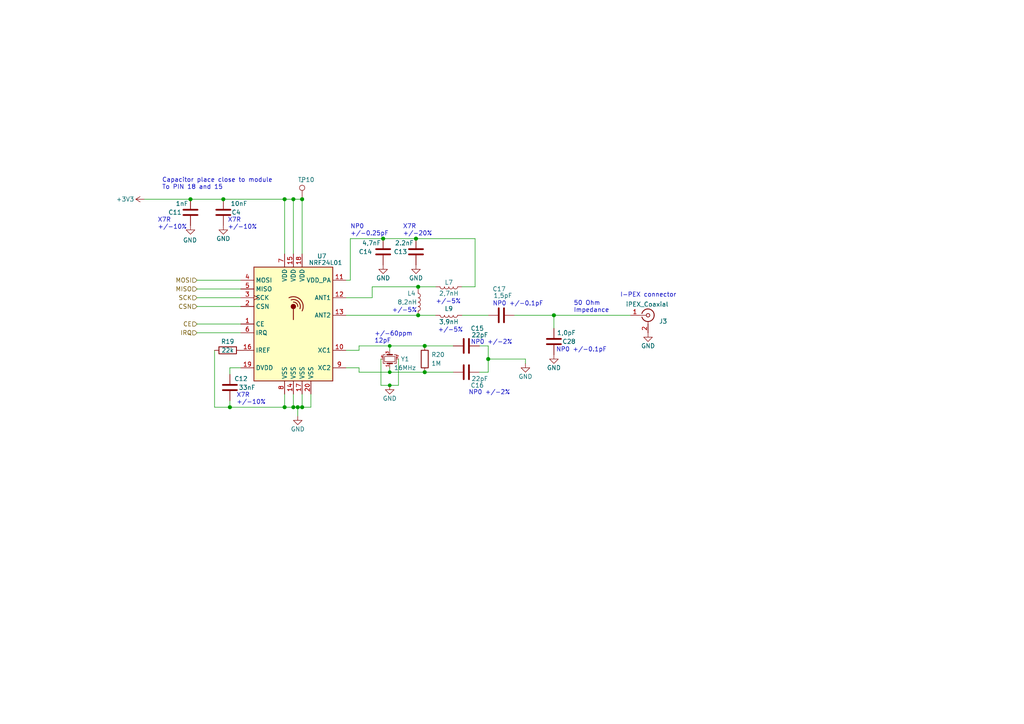
<source format=kicad_sch>
(kicad_sch (version 20211123) (generator eeschema)

  (uuid be1ad959-29f8-4c4e-9fbd-504dfc9dd2f0)

  (paper "A4")

  (lib_symbols
    (symbol "Connector:Conn_Coaxial" (pin_names (offset 1.016) hide) (in_bom yes) (on_board yes)
      (property "Reference" "J" (id 0) (at 0.254 3.048 0)
        (effects (font (size 1.27 1.27)))
      )
      (property "Value" "Conn_Coaxial" (id 1) (at 2.921 0 90)
        (effects (font (size 1.27 1.27)))
      )
      (property "Footprint" "" (id 2) (at 0 0 0)
        (effects (font (size 1.27 1.27)) hide)
      )
      (property "Datasheet" " ~" (id 3) (at 0 0 0)
        (effects (font (size 1.27 1.27)) hide)
      )
      (property "ki_keywords" "BNC SMA SMB SMC LEMO coaxial connector CINCH RCA" (id 4) (at 0 0 0)
        (effects (font (size 1.27 1.27)) hide)
      )
      (property "ki_description" "coaxial connector (BNC, SMA, SMB, SMC, Cinch/RCA, LEMO, ...)" (id 5) (at 0 0 0)
        (effects (font (size 1.27 1.27)) hide)
      )
      (property "ki_fp_filters" "*BNC* *SMA* *SMB* *SMC* *Cinch* *LEMO*" (id 6) (at 0 0 0)
        (effects (font (size 1.27 1.27)) hide)
      )
      (symbol "Conn_Coaxial_0_1"
        (arc (start -1.778 -0.508) (mid 0.222 -1.808) (end 1.778 0)
          (stroke (width 0.254) (type default) (color 0 0 0 0))
          (fill (type none))
        )
        (polyline
          (pts
            (xy -2.54 0)
            (xy -0.508 0)
          )
          (stroke (width 0) (type default) (color 0 0 0 0))
          (fill (type none))
        )
        (polyline
          (pts
            (xy 0 -2.54)
            (xy 0 -1.778)
          )
          (stroke (width 0) (type default) (color 0 0 0 0))
          (fill (type none))
        )
        (circle (center 0 0) (radius 0.508)
          (stroke (width 0.2032) (type default) (color 0 0 0 0))
          (fill (type none))
        )
        (arc (start 1.778 0) (mid 0.222 1.8083) (end -1.778 0.508)
          (stroke (width 0.254) (type default) (color 0 0 0 0))
          (fill (type none))
        )
      )
      (symbol "Conn_Coaxial_1_1"
        (pin passive line (at -5.08 0 0) (length 2.54)
          (name "In" (effects (font (size 1.27 1.27))))
          (number "1" (effects (font (size 1.27 1.27))))
        )
        (pin passive line (at 0 -5.08 90) (length 2.54)
          (name "Ext" (effects (font (size 1.27 1.27))))
          (number "2" (effects (font (size 1.27 1.27))))
        )
      )
    )
    (symbol "Connector:TestPoint" (pin_numbers hide) (pin_names (offset 0.762) hide) (in_bom yes) (on_board yes)
      (property "Reference" "TP" (id 0) (at 0 6.858 0)
        (effects (font (size 1.27 1.27)))
      )
      (property "Value" "TestPoint" (id 1) (at 0 5.08 0)
        (effects (font (size 1.27 1.27)))
      )
      (property "Footprint" "" (id 2) (at 5.08 0 0)
        (effects (font (size 1.27 1.27)) hide)
      )
      (property "Datasheet" "~" (id 3) (at 5.08 0 0)
        (effects (font (size 1.27 1.27)) hide)
      )
      (property "ki_keywords" "test point tp" (id 4) (at 0 0 0)
        (effects (font (size 1.27 1.27)) hide)
      )
      (property "ki_description" "test point" (id 5) (at 0 0 0)
        (effects (font (size 1.27 1.27)) hide)
      )
      (property "ki_fp_filters" "Pin* Test*" (id 6) (at 0 0 0)
        (effects (font (size 1.27 1.27)) hide)
      )
      (symbol "TestPoint_0_1"
        (circle (center 0 3.302) (radius 0.762)
          (stroke (width 0) (type default) (color 0 0 0 0))
          (fill (type none))
        )
      )
      (symbol "TestPoint_1_1"
        (pin passive line (at 0 0 90) (length 2.54)
          (name "1" (effects (font (size 1.27 1.27))))
          (number "1" (effects (font (size 1.27 1.27))))
        )
      )
    )
    (symbol "Device:C" (pin_numbers hide) (pin_names (offset 0.254)) (in_bom yes) (on_board yes)
      (property "Reference" "C" (id 0) (at 0.635 2.54 0)
        (effects (font (size 1.27 1.27)) (justify left))
      )
      (property "Value" "C" (id 1) (at 0.635 -2.54 0)
        (effects (font (size 1.27 1.27)) (justify left))
      )
      (property "Footprint" "" (id 2) (at 0.9652 -3.81 0)
        (effects (font (size 1.27 1.27)) hide)
      )
      (property "Datasheet" "~" (id 3) (at 0 0 0)
        (effects (font (size 1.27 1.27)) hide)
      )
      (property "ki_keywords" "cap capacitor" (id 4) (at 0 0 0)
        (effects (font (size 1.27 1.27)) hide)
      )
      (property "ki_description" "Unpolarized capacitor" (id 5) (at 0 0 0)
        (effects (font (size 1.27 1.27)) hide)
      )
      (property "ki_fp_filters" "C_*" (id 6) (at 0 0 0)
        (effects (font (size 1.27 1.27)) hide)
      )
      (symbol "C_0_1"
        (polyline
          (pts
            (xy -2.032 -0.762)
            (xy 2.032 -0.762)
          )
          (stroke (width 0.508) (type default) (color 0 0 0 0))
          (fill (type none))
        )
        (polyline
          (pts
            (xy -2.032 0.762)
            (xy 2.032 0.762)
          )
          (stroke (width 0.508) (type default) (color 0 0 0 0))
          (fill (type none))
        )
      )
      (symbol "C_1_1"
        (pin passive line (at 0 3.81 270) (length 2.794)
          (name "~" (effects (font (size 1.27 1.27))))
          (number "1" (effects (font (size 1.27 1.27))))
        )
        (pin passive line (at 0 -3.81 90) (length 2.794)
          (name "~" (effects (font (size 1.27 1.27))))
          (number "2" (effects (font (size 1.27 1.27))))
        )
      )
    )
    (symbol "Device:Crystal_GND24_Small" (pin_names (offset 1.016) hide) (in_bom yes) (on_board yes)
      (property "Reference" "Y" (id 0) (at 1.27 4.445 0)
        (effects (font (size 1.27 1.27)) (justify left))
      )
      (property "Value" "Crystal_GND24_Small" (id 1) (at 1.27 2.54 0)
        (effects (font (size 1.27 1.27)) (justify left))
      )
      (property "Footprint" "" (id 2) (at 0 0 0)
        (effects (font (size 1.27 1.27)) hide)
      )
      (property "Datasheet" "~" (id 3) (at 0 0 0)
        (effects (font (size 1.27 1.27)) hide)
      )
      (property "ki_keywords" "quartz ceramic resonator oscillator" (id 4) (at 0 0 0)
        (effects (font (size 1.27 1.27)) hide)
      )
      (property "ki_description" "Four pin crystal, GND on pins 2 and 4, small symbol" (id 5) (at 0 0 0)
        (effects (font (size 1.27 1.27)) hide)
      )
      (property "ki_fp_filters" "Crystal*" (id 6) (at 0 0 0)
        (effects (font (size 1.27 1.27)) hide)
      )
      (symbol "Crystal_GND24_Small_0_1"
        (rectangle (start -0.762 -1.524) (end 0.762 1.524)
          (stroke (width 0) (type default) (color 0 0 0 0))
          (fill (type none))
        )
        (polyline
          (pts
            (xy -1.27 -0.762)
            (xy -1.27 0.762)
          )
          (stroke (width 0.381) (type default) (color 0 0 0 0))
          (fill (type none))
        )
        (polyline
          (pts
            (xy 1.27 -0.762)
            (xy 1.27 0.762)
          )
          (stroke (width 0.381) (type default) (color 0 0 0 0))
          (fill (type none))
        )
        (polyline
          (pts
            (xy -1.27 -1.27)
            (xy -1.27 -1.905)
            (xy 1.27 -1.905)
            (xy 1.27 -1.27)
          )
          (stroke (width 0) (type default) (color 0 0 0 0))
          (fill (type none))
        )
        (polyline
          (pts
            (xy -1.27 1.27)
            (xy -1.27 1.905)
            (xy 1.27 1.905)
            (xy 1.27 1.27)
          )
          (stroke (width 0) (type default) (color 0 0 0 0))
          (fill (type none))
        )
      )
      (symbol "Crystal_GND24_Small_1_1"
        (pin passive line (at -2.54 0 0) (length 1.27)
          (name "1" (effects (font (size 1.27 1.27))))
          (number "1" (effects (font (size 0.762 0.762))))
        )
        (pin passive line (at 0 -2.54 90) (length 0.635)
          (name "2" (effects (font (size 1.27 1.27))))
          (number "2" (effects (font (size 0.762 0.762))))
        )
        (pin passive line (at 2.54 0 180) (length 1.27)
          (name "3" (effects (font (size 1.27 1.27))))
          (number "3" (effects (font (size 0.762 0.762))))
        )
        (pin passive line (at 0 2.54 270) (length 0.635)
          (name "4" (effects (font (size 1.27 1.27))))
          (number "4" (effects (font (size 0.762 0.762))))
        )
      )
    )
    (symbol "Device:L" (pin_numbers hide) (pin_names (offset 1.016) hide) (in_bom yes) (on_board yes)
      (property "Reference" "L" (id 0) (at -1.27 0 90)
        (effects (font (size 1.27 1.27)))
      )
      (property "Value" "L" (id 1) (at 1.905 0 90)
        (effects (font (size 1.27 1.27)))
      )
      (property "Footprint" "" (id 2) (at 0 0 0)
        (effects (font (size 1.27 1.27)) hide)
      )
      (property "Datasheet" "~" (id 3) (at 0 0 0)
        (effects (font (size 1.27 1.27)) hide)
      )
      (property "ki_keywords" "inductor choke coil reactor magnetic" (id 4) (at 0 0 0)
        (effects (font (size 1.27 1.27)) hide)
      )
      (property "ki_description" "Inductor" (id 5) (at 0 0 0)
        (effects (font (size 1.27 1.27)) hide)
      )
      (property "ki_fp_filters" "Choke_* *Coil* Inductor_* L_*" (id 6) (at 0 0 0)
        (effects (font (size 1.27 1.27)) hide)
      )
      (symbol "L_0_1"
        (arc (start 0 -2.54) (mid 0.635 -1.905) (end 0 -1.27)
          (stroke (width 0) (type default) (color 0 0 0 0))
          (fill (type none))
        )
        (arc (start 0 -1.27) (mid 0.635 -0.635) (end 0 0)
          (stroke (width 0) (type default) (color 0 0 0 0))
          (fill (type none))
        )
        (arc (start 0 0) (mid 0.635 0.635) (end 0 1.27)
          (stroke (width 0) (type default) (color 0 0 0 0))
          (fill (type none))
        )
        (arc (start 0 1.27) (mid 0.635 1.905) (end 0 2.54)
          (stroke (width 0) (type default) (color 0 0 0 0))
          (fill (type none))
        )
      )
      (symbol "L_1_1"
        (pin passive line (at 0 3.81 270) (length 1.27)
          (name "1" (effects (font (size 1.27 1.27))))
          (number "1" (effects (font (size 1.27 1.27))))
        )
        (pin passive line (at 0 -3.81 90) (length 1.27)
          (name "2" (effects (font (size 1.27 1.27))))
          (number "2" (effects (font (size 1.27 1.27))))
        )
      )
    )
    (symbol "Device:R" (pin_numbers hide) (pin_names (offset 0)) (in_bom yes) (on_board yes)
      (property "Reference" "R" (id 0) (at 2.032 0 90)
        (effects (font (size 1.27 1.27)))
      )
      (property "Value" "R" (id 1) (at 0 0 90)
        (effects (font (size 1.27 1.27)))
      )
      (property "Footprint" "" (id 2) (at -1.778 0 90)
        (effects (font (size 1.27 1.27)) hide)
      )
      (property "Datasheet" "~" (id 3) (at 0 0 0)
        (effects (font (size 1.27 1.27)) hide)
      )
      (property "ki_keywords" "R res resistor" (id 4) (at 0 0 0)
        (effects (font (size 1.27 1.27)) hide)
      )
      (property "ki_description" "Resistor" (id 5) (at 0 0 0)
        (effects (font (size 1.27 1.27)) hide)
      )
      (property "ki_fp_filters" "R_*" (id 6) (at 0 0 0)
        (effects (font (size 1.27 1.27)) hide)
      )
      (symbol "R_0_1"
        (rectangle (start -1.016 -2.54) (end 1.016 2.54)
          (stroke (width 0.254) (type default) (color 0 0 0 0))
          (fill (type none))
        )
      )
      (symbol "R_1_1"
        (pin passive line (at 0 3.81 270) (length 1.27)
          (name "~" (effects (font (size 1.27 1.27))))
          (number "1" (effects (font (size 1.27 1.27))))
        )
        (pin passive line (at 0 -3.81 90) (length 1.27)
          (name "~" (effects (font (size 1.27 1.27))))
          (number "2" (effects (font (size 1.27 1.27))))
        )
      )
    )
    (symbol "TCY_communication:NRF24L01" (in_bom yes) (on_board yes)
      (property "Reference" "U" (id 0) (at 5.08 20.32 0)
        (effects (font (size 1.27 1.27)))
      )
      (property "Value" "NRF24L01" (id 1) (at 8.89 17.78 0)
        (effects (font (size 1.27 1.27)))
      )
      (property "Footprint" "" (id 2) (at 13.97 25.4 0)
        (effects (font (size 1.27 1.27)) hide)
      )
      (property "Datasheet" "" (id 3) (at 13.97 25.4 0)
        (effects (font (size 1.27 1.27)) hide)
      )
      (symbol "NRF24L01_0_1"
        (rectangle (start -11.43 16.51) (end 11.43 -16.51)
          (stroke (width 0.254) (type default) (color 0 0 0 0))
          (fill (type background))
        )
        (polyline
          (pts
            (xy 0 4.445)
            (xy 0 1.27)
          )
          (stroke (width 0.254) (type default) (color 0 0 0 0))
          (fill (type none))
        )
        (circle (center 0 5.08) (radius 0.635)
          (stroke (width 0.254) (type default) (color 0 0 0 0))
          (fill (type outline))
        )
        (arc (start 1.27 5.08) (mid 0.9109 5.9909) (end 0 6.35)
          (stroke (width 0.254) (type default) (color 0 0 0 0))
          (fill (type none))
        )
        (arc (start 1.905 4.445) (mid 1.4383 6.5183) (end -0.635 6.985)
          (stroke (width 0.254) (type default) (color 0 0 0 0))
          (fill (type none))
        )
        (arc (start 2.54 3.81) (mid 2.008 7.088) (end -1.27 7.62)
          (stroke (width 0.254) (type default) (color 0 0 0 0))
          (fill (type none))
        )
        (rectangle (start 11.43 -13.97) (end 11.43 -13.97)
          (stroke (width 0) (type default) (color 0 0 0 0))
          (fill (type none))
        )
      )
      (symbol "NRF24L01_1_1"
        (pin input line (at -15.24 0 0) (length 3.81)
          (name "CE" (effects (font (size 1.27 1.27))))
          (number "1" (effects (font (size 1.27 1.27))))
        )
        (pin passive line (at 15.24 -7.62 180) (length 3.81)
          (name "XC1" (effects (font (size 1.27 1.27))))
          (number "10" (effects (font (size 1.27 1.27))))
        )
        (pin power_out line (at 15.24 12.7 180) (length 3.81)
          (name "VDD_PA" (effects (font (size 1.27 1.27))))
          (number "11" (effects (font (size 1.27 1.27))))
        )
        (pin passive line (at 15.24 7.62 180) (length 3.81)
          (name "ANT1" (effects (font (size 1.27 1.27))))
          (number "12" (effects (font (size 1.27 1.27))))
        )
        (pin passive line (at 15.24 2.54 180) (length 3.81)
          (name "ANT2" (effects (font (size 1.27 1.27))))
          (number "13" (effects (font (size 1.27 1.27))))
        )
        (pin power_in line (at 0 -20.32 90) (length 3.81)
          (name "VSS" (effects (font (size 1.27 1.27))))
          (number "14" (effects (font (size 1.27 1.27))))
        )
        (pin power_in line (at 0 20.32 270) (length 3.81)
          (name "VDD" (effects (font (size 1.27 1.27))))
          (number "15" (effects (font (size 1.27 1.27))))
        )
        (pin passive line (at -15.24 -7.62 0) (length 3.81)
          (name "IREF" (effects (font (size 1.27 1.27))))
          (number "16" (effects (font (size 1.27 1.27))))
        )
        (pin power_in line (at 2.54 -20.32 90) (length 3.81)
          (name "VSS" (effects (font (size 1.27 1.27))))
          (number "17" (effects (font (size 1.27 1.27))))
        )
        (pin power_in line (at 2.54 20.32 270) (length 3.81)
          (name "VDD" (effects (font (size 1.27 1.27))))
          (number "18" (effects (font (size 1.27 1.27))))
        )
        (pin power_out line (at -15.24 -12.7 0) (length 3.81)
          (name "DVDD" (effects (font (size 1.27 1.27))))
          (number "19" (effects (font (size 1.27 1.27))))
        )
        (pin input line (at -15.24 5.08 0) (length 3.81)
          (name "CSN" (effects (font (size 1.27 1.27))))
          (number "2" (effects (font (size 1.27 1.27))))
        )
        (pin power_in line (at 5.08 -20.32 90) (length 3.81)
          (name "VSS" (effects (font (size 1.27 1.27))))
          (number "20" (effects (font (size 1.27 1.27))))
        )
        (pin passive line (at 5.08 -21.59 90) (length 5.08) hide
          (name "GND" (effects (font (size 1.27 1.27))))
          (number "21" (effects (font (size 1.27 1.27))))
        )
        (pin input clock (at -15.24 7.62 0) (length 3.81)
          (name "SCK" (effects (font (size 1.27 1.27))))
          (number "3" (effects (font (size 1.27 1.27))))
        )
        (pin input line (at -15.24 12.7 0) (length 3.81)
          (name "MOSI" (effects (font (size 1.27 1.27))))
          (number "4" (effects (font (size 1.27 1.27))))
        )
        (pin output line (at -15.24 10.16 0) (length 3.81)
          (name "MISO" (effects (font (size 1.27 1.27))))
          (number "5" (effects (font (size 1.27 1.27))))
        )
        (pin output line (at -15.24 -2.54 0) (length 3.81)
          (name "IRQ" (effects (font (size 1.27 1.27))))
          (number "6" (effects (font (size 1.27 1.27))))
        )
        (pin power_in line (at -2.54 20.32 270) (length 3.81)
          (name "VDD" (effects (font (size 1.27 1.27))))
          (number "7" (effects (font (size 1.27 1.27))))
        )
        (pin power_in line (at -2.54 -20.32 90) (length 3.81)
          (name "VSS" (effects (font (size 1.27 1.27))))
          (number "8" (effects (font (size 1.27 1.27))))
        )
        (pin passive line (at 15.24 -12.7 180) (length 3.81)
          (name "XC2" (effects (font (size 1.27 1.27))))
          (number "9" (effects (font (size 1.27 1.27))))
        )
      )
    )
    (symbol "power:+3V3" (power) (pin_names (offset 0)) (in_bom yes) (on_board yes)
      (property "Reference" "#PWR" (id 0) (at 0 -3.81 0)
        (effects (font (size 1.27 1.27)) hide)
      )
      (property "Value" "+3V3" (id 1) (at 0 3.556 0)
        (effects (font (size 1.27 1.27)))
      )
      (property "Footprint" "" (id 2) (at 0 0 0)
        (effects (font (size 1.27 1.27)) hide)
      )
      (property "Datasheet" "" (id 3) (at 0 0 0)
        (effects (font (size 1.27 1.27)) hide)
      )
      (property "ki_keywords" "power-flag" (id 4) (at 0 0 0)
        (effects (font (size 1.27 1.27)) hide)
      )
      (property "ki_description" "Power symbol creates a global label with name \"+3V3\"" (id 5) (at 0 0 0)
        (effects (font (size 1.27 1.27)) hide)
      )
      (symbol "+3V3_0_1"
        (polyline
          (pts
            (xy -0.762 1.27)
            (xy 0 2.54)
          )
          (stroke (width 0) (type default) (color 0 0 0 0))
          (fill (type none))
        )
        (polyline
          (pts
            (xy 0 0)
            (xy 0 2.54)
          )
          (stroke (width 0) (type default) (color 0 0 0 0))
          (fill (type none))
        )
        (polyline
          (pts
            (xy 0 2.54)
            (xy 0.762 1.27)
          )
          (stroke (width 0) (type default) (color 0 0 0 0))
          (fill (type none))
        )
      )
      (symbol "+3V3_1_1"
        (pin power_in line (at 0 0 90) (length 0) hide
          (name "+3V3" (effects (font (size 1.27 1.27))))
          (number "1" (effects (font (size 1.27 1.27))))
        )
      )
    )
    (symbol "power:GND" (power) (pin_names (offset 0)) (in_bom yes) (on_board yes)
      (property "Reference" "#PWR" (id 0) (at 0 -6.35 0)
        (effects (font (size 1.27 1.27)) hide)
      )
      (property "Value" "GND" (id 1) (at 0 -3.81 0)
        (effects (font (size 1.27 1.27)))
      )
      (property "Footprint" "" (id 2) (at 0 0 0)
        (effects (font (size 1.27 1.27)) hide)
      )
      (property "Datasheet" "" (id 3) (at 0 0 0)
        (effects (font (size 1.27 1.27)) hide)
      )
      (property "ki_keywords" "power-flag" (id 4) (at 0 0 0)
        (effects (font (size 1.27 1.27)) hide)
      )
      (property "ki_description" "Power symbol creates a global label with name \"GND\" , ground" (id 5) (at 0 0 0)
        (effects (font (size 1.27 1.27)) hide)
      )
      (symbol "GND_0_1"
        (polyline
          (pts
            (xy 0 0)
            (xy 0 -1.27)
            (xy 1.27 -1.27)
            (xy 0 -2.54)
            (xy -1.27 -1.27)
            (xy 0 -1.27)
          )
          (stroke (width 0) (type default) (color 0 0 0 0))
          (fill (type none))
        )
      )
      (symbol "GND_1_1"
        (pin power_in line (at 0 0 270) (length 0) hide
          (name "GND" (effects (font (size 1.27 1.27))))
          (number "1" (effects (font (size 1.27 1.27))))
        )
      )
    )
  )

  (junction (at 82.55 57.785) (diameter 1.016) (color 0 0 0 0)
    (uuid 117b8cf8-9cfc-4fcf-807b-fcc5fb20a42c)
  )
  (junction (at 86.36 118.11) (diameter 1.016) (color 0 0 0 0)
    (uuid 1613aea2-74ff-456a-8f58-2ae446640750)
  )
  (junction (at 113.03 100.33) (diameter 0) (color 0 0 0 0)
    (uuid 197ccd15-2aab-48cd-ab51-417c4b9bc3e5)
  )
  (junction (at 85.09 118.11) (diameter 1.016) (color 0 0 0 0)
    (uuid 2a134ab3-6275-4421-945b-c8f4bea31494)
  )
  (junction (at 111.125 69.215) (diameter 1.016) (color 0 0 0 0)
    (uuid 4cd7fbd1-3778-4a48-ab60-c36eed16d8c5)
  )
  (junction (at 66.675 118.11) (diameter 1.016) (color 0 0 0 0)
    (uuid 5bd3fd9a-6dfb-4bec-b754-8acaba09e506)
  )
  (junction (at 121.285 91.44) (diameter 1.016) (color 0 0 0 0)
    (uuid 67ddd466-4c05-43d1-b9c1-73558050f6fc)
  )
  (junction (at 123.19 107.95) (diameter 1.016) (color 0 0 0 0)
    (uuid 69ab893d-e72a-4903-8a42-16f6b5eb229b)
  )
  (junction (at 120.65 69.215) (diameter 1.016) (color 0 0 0 0)
    (uuid 6fe3653d-0c70-4c24-9b09-50a757a60c08)
  )
  (junction (at 87.63 57.785) (diameter 1.016) (color 0 0 0 0)
    (uuid 72745e37-6398-4523-a0b8-fcae44c9df22)
  )
  (junction (at 123.19 100.33) (diameter 1.016) (color 0 0 0 0)
    (uuid 8b798044-1ece-4731-8e5b-91c47e4f5d0a)
  )
  (junction (at 113.03 107.95) (diameter 0) (color 0 0 0 0)
    (uuid 9ea70546-a75f-4a41-bc04-785c4a4a0a58)
  )
  (junction (at 87.63 118.11) (diameter 1.016) (color 0 0 0 0)
    (uuid 9eaea750-5e59-4015-bbbc-7f0606821920)
  )
  (junction (at 82.55 118.11) (diameter 1.016) (color 0 0 0 0)
    (uuid a0669899-5470-43ea-a529-f6722444bf9b)
  )
  (junction (at 160.655 91.44) (diameter 1.016) (color 0 0 0 0)
    (uuid b7cf2839-b1c0-4185-bd2b-8b40d3060ac9)
  )
  (junction (at 121.285 83.185) (diameter 1.016) (color 0 0 0 0)
    (uuid bc12d55d-3029-4430-9232-337b1a62028e)
  )
  (junction (at 85.09 57.785) (diameter 1.016) (color 0 0 0 0)
    (uuid c2fd4927-8431-4c85-b75d-1336c8306cc2)
  )
  (junction (at 64.77 57.785) (diameter 1.016) (color 0 0 0 0)
    (uuid dbe43468-eebc-441c-9a62-ca4c32a51ee8)
  )
  (junction (at 55.245 57.785) (diameter 1.016) (color 0 0 0 0)
    (uuid dd382246-183c-47cd-a1d2-b4a783a36f10)
  )
  (junction (at 113.03 111.76) (diameter 0) (color 0 0 0 0)
    (uuid e6f3f466-28b5-407b-9a7e-58240a456788)
  )
  (junction (at 141.605 104.14) (diameter 1.016) (color 0 0 0 0)
    (uuid f1da6dec-d569-4cfe-b70b-354611bf1d93)
  )

  (wire (pts (xy 62.23 118.11) (xy 62.23 101.6))
    (stroke (width 0) (type solid) (color 0 0 0 0))
    (uuid 03f1d619-9499-48eb-b187-f5cda285044c)
  )
  (wire (pts (xy 66.675 118.11) (xy 62.23 118.11))
    (stroke (width 0) (type solid) (color 0 0 0 0))
    (uuid 03f1d619-9499-48eb-b187-f5cda285044d)
  )
  (wire (pts (xy 141.605 104.14) (xy 152.4 104.14))
    (stroke (width 0) (type solid) (color 0 0 0 0))
    (uuid 04fac5d6-7480-44b7-87fa-21bffd133863)
  )
  (wire (pts (xy 152.4 105.41) (xy 152.4 104.14))
    (stroke (width 0) (type solid) (color 0 0 0 0))
    (uuid 04fac5d6-7480-44b7-87fa-21bffd133864)
  )
  (wire (pts (xy 85.09 114.3) (xy 85.09 118.11))
    (stroke (width 0) (type solid) (color 0 0 0 0))
    (uuid 0615e248-bb28-4371-9eb3-afd6eeb77333)
  )
  (wire (pts (xy 57.15 81.28) (xy 69.85 81.28))
    (stroke (width 0) (type solid) (color 0 0 0 0))
    (uuid 0708150f-a769-4b48-a74f-8b9d2eec663b)
  )
  (wire (pts (xy 133.985 83.185) (xy 137.795 83.185))
    (stroke (width 0) (type solid) (color 0 0 0 0))
    (uuid 0c0c11d3-0707-4db8-844c-4abd811445e1)
  )
  (wire (pts (xy 137.795 69.215) (xy 137.795 83.185))
    (stroke (width 0) (type solid) (color 0 0 0 0))
    (uuid 0c0c11d3-0707-4db8-844c-4abd811445e2)
  )
  (wire (pts (xy 87.63 114.3) (xy 87.63 118.11))
    (stroke (width 0) (type solid) (color 0 0 0 0))
    (uuid 0df59079-63c8-4f17-8aca-89aea74cbc8a)
  )
  (wire (pts (xy 113.03 100.33) (xy 123.19 100.33))
    (stroke (width 0) (type solid) (color 0 0 0 0))
    (uuid 0e137729-80ae-460a-b1d6-5a28274499d3)
  )
  (wire (pts (xy 113.03 107.95) (xy 123.19 107.95))
    (stroke (width 0) (type solid) (color 0 0 0 0))
    (uuid 1007f1f9-e8e4-4d24-ab24-6b08f4f43c62)
  )
  (wire (pts (xy 123.19 107.95) (xy 131.445 107.95))
    (stroke (width 0) (type solid) (color 0 0 0 0))
    (uuid 20a96225-6c01-48cb-b3d0-f43adbc638eb)
  )
  (wire (pts (xy 100.33 81.28) (xy 101.6 81.28))
    (stroke (width 0) (type solid) (color 0 0 0 0))
    (uuid 363fc229-28f2-497e-82fc-e4b00b945fc0)
  )
  (wire (pts (xy 101.6 69.215) (xy 101.6 81.28))
    (stroke (width 0) (type solid) (color 0 0 0 0))
    (uuid 363fc229-28f2-497e-82fc-e4b00b945fc1)
  )
  (wire (pts (xy 113.03 106.68) (xy 113.03 107.95))
    (stroke (width 0) (type default) (color 0 0 0 0))
    (uuid 38ca7292-ea83-4b64-8c36-510ce1181842)
  )
  (wire (pts (xy 133.985 91.44) (xy 141.605 91.44))
    (stroke (width 0) (type solid) (color 0 0 0 0))
    (uuid 3964864a-7e85-492c-afb7-47a24e4d8601)
  )
  (wire (pts (xy 85.09 57.785) (xy 85.09 73.66))
    (stroke (width 0) (type solid) (color 0 0 0 0))
    (uuid 4e27ce61-34e6-4280-9ed3-c96ccee69ebe)
  )
  (wire (pts (xy 121.285 91.44) (xy 126.365 91.44))
    (stroke (width 0) (type solid) (color 0 0 0 0))
    (uuid 5ac22ec1-20b0-4797-b42e-23fc8960d60b)
  )
  (wire (pts (xy 160.655 91.44) (xy 160.655 95.25))
    (stroke (width 0) (type solid) (color 0 0 0 0))
    (uuid 62a3c230-44f1-4b22-b1d8-9e25b26bb47f)
  )
  (wire (pts (xy 57.15 83.82) (xy 69.85 83.82))
    (stroke (width 0) (type solid) (color 0 0 0 0))
    (uuid 6bef96a2-881b-4066-8d4b-8244cbcaa0f5)
  )
  (wire (pts (xy 104.14 106.68) (xy 100.33 106.68))
    (stroke (width 0) (type solid) (color 0 0 0 0))
    (uuid 6f0cc2d5-b930-4e11-9215-619d1e763122)
  )
  (wire (pts (xy 104.14 107.95) (xy 104.14 106.68))
    (stroke (width 0) (type solid) (color 0 0 0 0))
    (uuid 6f0cc2d5-b930-4e11-9215-619d1e763123)
  )
  (wire (pts (xy 104.14 107.95) (xy 113.03 107.95))
    (stroke (width 0) (type solid) (color 0 0 0 0))
    (uuid 6f0cc2d5-b930-4e11-9215-619d1e763125)
  )
  (wire (pts (xy 139.065 100.33) (xy 141.605 100.33))
    (stroke (width 0) (type solid) (color 0 0 0 0))
    (uuid 731c52e8-e8e4-4c04-90b5-70998b41c3fd)
  )
  (wire (pts (xy 141.605 100.33) (xy 141.605 104.14))
    (stroke (width 0) (type solid) (color 0 0 0 0))
    (uuid 731c52e8-e8e4-4c04-90b5-70998b41c3fe)
  )
  (wire (pts (xy 141.605 104.14) (xy 141.605 107.95))
    (stroke (width 0) (type solid) (color 0 0 0 0))
    (uuid 731c52e8-e8e4-4c04-90b5-70998b41c3ff)
  )
  (wire (pts (xy 141.605 107.95) (xy 139.065 107.95))
    (stroke (width 0) (type solid) (color 0 0 0 0))
    (uuid 731c52e8-e8e4-4c04-90b5-70998b41c400)
  )
  (wire (pts (xy 110.49 111.76) (xy 113.03 111.76))
    (stroke (width 0) (type default) (color 0 0 0 0))
    (uuid 7fbf9586-a5cf-4a9f-8d36-3309de937901)
  )
  (wire (pts (xy 104.14 100.33) (xy 104.14 101.6))
    (stroke (width 0) (type solid) (color 0 0 0 0))
    (uuid 824b7252-95d0-484e-b699-ff729a2f57a9)
  )
  (wire (pts (xy 104.14 101.6) (xy 100.33 101.6))
    (stroke (width 0) (type solid) (color 0 0 0 0))
    (uuid 824b7252-95d0-484e-b699-ff729a2f57ab)
  )
  (wire (pts (xy 104.14 100.33) (xy 113.03 100.33))
    (stroke (width 0) (type solid) (color 0 0 0 0))
    (uuid 824b7252-95d0-484e-b699-ff729a2f57ac)
  )
  (wire (pts (xy 66.675 116.205) (xy 66.675 118.11))
    (stroke (width 0) (type solid) (color 0 0 0 0))
    (uuid 825e5317-15c3-442e-b5e3-60092afa4d29)
  )
  (wire (pts (xy 66.675 118.11) (xy 82.55 118.11))
    (stroke (width 0) (type solid) (color 0 0 0 0))
    (uuid 825e5317-15c3-442e-b5e3-60092afa4d2a)
  )
  (wire (pts (xy 100.33 91.44) (xy 121.285 91.44))
    (stroke (width 0) (type solid) (color 0 0 0 0))
    (uuid 84a72599-3ebf-42f0-9cde-70e1d5316913)
  )
  (wire (pts (xy 57.15 96.52) (xy 69.85 96.52))
    (stroke (width 0) (type solid) (color 0 0 0 0))
    (uuid 8635e327-dc92-4c92-a029-14d1fff66a62)
  )
  (wire (pts (xy 66.675 106.68) (xy 69.85 106.68))
    (stroke (width 0) (type solid) (color 0 0 0 0))
    (uuid 932e274d-505d-416d-b71e-cfac15f7751c)
  )
  (wire (pts (xy 66.675 108.585) (xy 66.675 106.68))
    (stroke (width 0) (type solid) (color 0 0 0 0))
    (uuid 932e274d-505d-416d-b71e-cfac15f7751d)
  )
  (wire (pts (xy 82.55 114.3) (xy 82.55 118.11))
    (stroke (width 0) (type solid) (color 0 0 0 0))
    (uuid afb71ad3-d346-46d7-a3ed-7b7c5ee80c4f)
  )
  (wire (pts (xy 82.55 118.11) (xy 85.09 118.11))
    (stroke (width 0) (type solid) (color 0 0 0 0))
    (uuid afb71ad3-d346-46d7-a3ed-7b7c5ee80c50)
  )
  (wire (pts (xy 85.09 118.11) (xy 86.36 118.11))
    (stroke (width 0) (type solid) (color 0 0 0 0))
    (uuid afb71ad3-d346-46d7-a3ed-7b7c5ee80c51)
  )
  (wire (pts (xy 123.19 100.33) (xy 131.445 100.33))
    (stroke (width 0) (type solid) (color 0 0 0 0))
    (uuid afce293e-c13d-4fa4-b573-c19e19ec1413)
  )
  (wire (pts (xy 57.15 86.36) (xy 69.85 86.36))
    (stroke (width 0) (type solid) (color 0 0 0 0))
    (uuid afe62d05-0502-4c95-9cb6-16305a158867)
  )
  (wire (pts (xy 113.03 111.76) (xy 115.57 111.76))
    (stroke (width 0) (type default) (color 0 0 0 0))
    (uuid b14a000c-cdf5-4c0c-96cd-415137db1848)
  )
  (wire (pts (xy 111.125 69.215) (xy 101.6 69.215))
    (stroke (width 0) (type solid) (color 0 0 0 0))
    (uuid b26e928f-0e29-491b-b2ed-82d240b23b26)
  )
  (wire (pts (xy 120.65 69.215) (xy 111.125 69.215))
    (stroke (width 0) (type solid) (color 0 0 0 0))
    (uuid b26e928f-0e29-491b-b2ed-82d240b23b27)
  )
  (wire (pts (xy 137.795 69.215) (xy 120.65 69.215))
    (stroke (width 0) (type solid) (color 0 0 0 0))
    (uuid b26e928f-0e29-491b-b2ed-82d240b23b28)
  )
  (wire (pts (xy 121.285 83.185) (xy 121.285 83.82))
    (stroke (width 0) (type solid) (color 0 0 0 0))
    (uuid b42f8182-b78b-4f94-b0b2-ae84df2faf00)
  )
  (wire (pts (xy 126.365 83.185) (xy 121.285 83.185))
    (stroke (width 0) (type solid) (color 0 0 0 0))
    (uuid b42f8182-b78b-4f94-b0b2-ae84df2faf01)
  )
  (wire (pts (xy 86.36 118.11) (xy 87.63 118.11))
    (stroke (width 0) (type solid) (color 0 0 0 0))
    (uuid b6cf2d05-b4d6-4cc5-bd14-7bdeb3bc9809)
  )
  (wire (pts (xy 86.36 120.65) (xy 86.36 118.11))
    (stroke (width 0) (type solid) (color 0 0 0 0))
    (uuid b6cf2d05-b4d6-4cc5-bd14-7bdeb3bc980a)
  )
  (wire (pts (xy 87.63 118.11) (xy 90.17 118.11))
    (stroke (width 0) (type solid) (color 0 0 0 0))
    (uuid b6cf2d05-b4d6-4cc5-bd14-7bdeb3bc980b)
  )
  (wire (pts (xy 90.17 118.11) (xy 90.17 114.3))
    (stroke (width 0) (type solid) (color 0 0 0 0))
    (uuid b6cf2d05-b4d6-4cc5-bd14-7bdeb3bc980c)
  )
  (wire (pts (xy 107.95 83.185) (xy 121.285 83.185))
    (stroke (width 0) (type solid) (color 0 0 0 0))
    (uuid b8ee136b-fe09-46b7-a31d-c95bde775c82)
  )
  (wire (pts (xy 107.95 86.36) (xy 107.95 83.185))
    (stroke (width 0) (type solid) (color 0 0 0 0))
    (uuid b8ee136b-fe09-46b7-a31d-c95bde775c83)
  )
  (wire (pts (xy 110.49 104.14) (xy 110.49 111.76))
    (stroke (width 0) (type default) (color 0 0 0 0))
    (uuid bba9f093-07b5-4af3-ae4f-96badf0080d8)
  )
  (wire (pts (xy 41.91 57.785) (xy 55.245 57.785))
    (stroke (width 0) (type solid) (color 0 0 0 0))
    (uuid c35cfa75-21a2-4838-a43c-44f854dba7ea)
  )
  (wire (pts (xy 55.245 57.785) (xy 64.77 57.785))
    (stroke (width 0) (type solid) (color 0 0 0 0))
    (uuid c35cfa75-21a2-4838-a43c-44f854dba7eb)
  )
  (wire (pts (xy 64.77 57.785) (xy 82.55 57.785))
    (stroke (width 0) (type solid) (color 0 0 0 0))
    (uuid c35cfa75-21a2-4838-a43c-44f854dba7ec)
  )
  (wire (pts (xy 82.55 57.785) (xy 85.09 57.785))
    (stroke (width 0) (type solid) (color 0 0 0 0))
    (uuid c35cfa75-21a2-4838-a43c-44f854dba7ed)
  )
  (wire (pts (xy 85.09 57.785) (xy 87.63 57.785))
    (stroke (width 0) (type solid) (color 0 0 0 0))
    (uuid c35cfa75-21a2-4838-a43c-44f854dba7ee)
  )
  (wire (pts (xy 87.63 57.785) (xy 87.63 73.66))
    (stroke (width 0) (type solid) (color 0 0 0 0))
    (uuid c35cfa75-21a2-4838-a43c-44f854dba7ef)
  )
  (wire (pts (xy 100.33 86.36) (xy 107.95 86.36))
    (stroke (width 0) (type solid) (color 0 0 0 0))
    (uuid cccf0c36-ff0b-44e2-80f4-5d65c2ea2397)
  )
  (wire (pts (xy 113.03 100.33) (xy 113.03 101.6))
    (stroke (width 0) (type default) (color 0 0 0 0))
    (uuid df59ac4a-59fa-4901-a38e-0df6ca668d02)
  )
  (wire (pts (xy 82.55 57.785) (xy 82.55 73.66))
    (stroke (width 0) (type solid) (color 0 0 0 0))
    (uuid e13ef057-84d1-4c3e-8030-8bcb82649937)
  )
  (wire (pts (xy 57.15 88.9) (xy 69.85 88.9))
    (stroke (width 0) (type solid) (color 0 0 0 0))
    (uuid e52a70fb-0e8e-41d4-bd18-a2d3dc69bf60)
  )
  (wire (pts (xy 57.15 93.98) (xy 69.85 93.98))
    (stroke (width 0) (type solid) (color 0 0 0 0))
    (uuid edaf068d-05c9-484c-844f-016e0772d414)
  )
  (wire (pts (xy 149.225 91.44) (xy 160.655 91.44))
    (stroke (width 0) (type solid) (color 0 0 0 0))
    (uuid fc45c970-057f-45f5-8110-63817424f990)
  )
  (wire (pts (xy 160.655 91.44) (xy 182.88 91.44))
    (stroke (width 0) (type solid) (color 0 0 0 0))
    (uuid fc45c970-057f-45f5-8110-63817424f991)
  )
  (wire (pts (xy 115.57 111.76) (xy 115.57 104.14))
    (stroke (width 0) (type default) (color 0 0 0 0))
    (uuid ff9cd984-8c15-4d94-be65-76910e741379)
  )

  (text "NP0 +/-2%\n\n\n" (at 136.525 104.14 0)
    (effects (font (size 1.27 1.27)) (justify left bottom))
    (uuid 00624bd6-dd0a-49f7-92f5-80034b218776)
  )
  (text "+/-60ppm\n12pF\n" (at 108.585 99.695 0)
    (effects (font (size 1.27 1.27)) (justify left bottom))
    (uuid 345f6235-7aad-448f-b388-3957bbca7c2a)
  )
  (text "+/-5%\n" (at 126.365 88.265 0)
    (effects (font (size 1.27 1.27)) (justify left bottom))
    (uuid 4b5f1633-e691-4048-884d-b24cc0037a10)
  )
  (text "+/-5%\n" (at 127 96.52 0)
    (effects (font (size 1.27 1.27)) (justify left bottom))
    (uuid 4da99cb1-0ccf-4623-8e82-507c3dea0f04)
  )
  (text "NP0 +/-0.1pF\n" (at 161.29 102.235 0)
    (effects (font (size 1.27 1.27)) (justify left bottom))
    (uuid 65900b33-9395-40b1-a59c-9065c1e7939d)
  )
  (text "X7R\n+/-20%\n" (at 116.84 68.58 0)
    (effects (font (size 1.27 1.27)) (justify left bottom))
    (uuid 670dcf9f-756b-4066-a02c-c63fb8f127ad)
  )
  (text "NP0 +/-0.1pF\n" (at 142.875 88.9 0)
    (effects (font (size 1.27 1.27)) (justify left bottom))
    (uuid 69fc5a13-9535-4202-a939-bd90b50b5f0f)
  )
  (text "50 Ohm\nImpedance" (at 166.37 90.805 0)
    (effects (font (size 1.27 1.27)) (justify left bottom))
    (uuid 768ba762-c02d-4aec-8ffa-3709cdf09721)
  )
  (text "+/-5%\n" (at 113.665 90.805 0)
    (effects (font (size 1.27 1.27)) (justify left bottom))
    (uuid 77c0cfb6-04a8-443f-8cac-07716d5feccb)
  )
  (text "NP0 +/-2%\n\n\n" (at 135.89 118.745 0)
    (effects (font (size 1.27 1.27)) (justify left bottom))
    (uuid 810afab7-313e-45cf-9b4a-75f7dcc5e5c4)
  )
  (text "X7R\n+/-10%\n" (at 68.58 117.475 0)
    (effects (font (size 1.27 1.27)) (justify left bottom))
    (uuid 888bd7db-0792-453c-b17e-8fb1e2c63dc5)
  )
  (text "X7R\n+/-10%\n" (at 45.72 66.675 0)
    (effects (font (size 1.27 1.27)) (justify left bottom))
    (uuid a5e15cae-97fb-4a30-9cf0-c1ad63ca28e8)
  )
  (text "X7R\n+/-10%\n" (at 66.04 66.675 0)
    (effects (font (size 1.27 1.27)) (justify left bottom))
    (uuid b15ca52f-9206-48d8-8fe7-ba2a0b6d7899)
  )
  (text "I-PEX connector\n" (at 196.215 86.36 180)
    (effects (font (size 1.27 1.27)) (justify right bottom))
    (uuid bc4972f2-e9bb-454a-b83f-ddb8e4ed6f37)
  )
  (text "Capacitor place close to module\nTo PIN 18 and 15\n\n"
    (at 46.99 57.15 0)
    (effects (font (size 1.27 1.27)) (justify left bottom))
    (uuid c4f559f8-be01-41b1-a039-10beb505c1e1)
  )
  (text "NP0\n+/-0.25pF\n" (at 101.6 68.58 0)
    (effects (font (size 1.27 1.27)) (justify left bottom))
    (uuid ee7426b9-e836-4372-8942-7f21da904d0b)
  )

  (hierarchical_label "CSN" (shape input) (at 57.15 88.9 180)
    (effects (font (size 1.27 1.27)) (justify right))
    (uuid 3b0a116a-ef61-430e-bc05-84834c4c6c97)
  )
  (hierarchical_label "MOSI" (shape input) (at 57.15 81.28 180)
    (effects (font (size 1.27 1.27)) (justify right))
    (uuid 5236d3c2-7868-49ef-8a81-32b803691960)
  )
  (hierarchical_label "MISO" (shape input) (at 57.15 83.82 180)
    (effects (font (size 1.27 1.27)) (justify right))
    (uuid 5c970957-caeb-49cf-975f-76b39f30c2fc)
  )
  (hierarchical_label "CE" (shape input) (at 57.15 93.98 180)
    (effects (font (size 1.27 1.27)) (justify right))
    (uuid 6d1f12d9-3f13-4912-9973-bbf85fa3f37f)
  )
  (hierarchical_label "IRQ" (shape input) (at 57.15 96.52 180)
    (effects (font (size 1.27 1.27)) (justify right))
    (uuid 6ff87bc0-52bb-4c67-b3aa-258f121fd504)
  )
  (hierarchical_label "SCK" (shape input) (at 57.15 86.36 180)
    (effects (font (size 1.27 1.27)) (justify right))
    (uuid c889ab3a-5135-46b6-bc6a-8710b61d8a46)
  )

  (symbol (lib_id "Connector:Conn_Coaxial") (at 187.96 91.44 0) (unit 1)
    (in_bom yes) (on_board yes)
    (uuid 0a1608cb-cbde-4699-bfdb-da1d6897b8dd)
    (property "Reference" "J3" (id 0) (at 191.135 93.2054 0)
      (effects (font (size 1.27 1.27)) (justify left))
    )
    (property "Value" "iPEX_Coaxial" (id 1) (at 187.706 88.265 0))
    (property "Footprint" "footprints:iPEX" (id 2) (at 187.96 91.44 0)
      (effects (font (size 1.27 1.27)) hide)
    )
    (property "Datasheet" " ~" (id 3) (at 187.96 91.44 0)
      (effects (font (size 1.27 1.27)) hide)
    )
    (pin "1" (uuid 066433d4-42e2-4d76-8a84-fe5dfccde2cf))
    (pin "2" (uuid d3127310-bc42-4eb9-9dbc-6bedcfa3affc))
  )

  (symbol (lib_id "Device:R") (at 66.04 101.6 90) (unit 1)
    (in_bom yes) (on_board yes)
    (uuid 20597767-fa26-4724-9ab9-9badb8b75c79)
    (property "Reference" "R19" (id 0) (at 66.04 99.06 90))
    (property "Value" "22k" (id 1) (at 66.04 101.6 90))
    (property "Footprint" "Resistor_SMD:R_0603_1608Metric" (id 2) (at 66.04 103.378 90)
      (effects (font (size 1.27 1.27)) hide)
    )
    (property "Datasheet" "~" (id 3) (at 66.04 101.6 0)
      (effects (font (size 1.27 1.27)) hide)
    )
    (pin "1" (uuid ef1a9e28-822f-46a9-bc97-2cfb1fa1a7b8))
    (pin "2" (uuid e8ebd127-5d34-4846-bc70-e34eafb443ad))
  )

  (symbol (lib_id "power:GND") (at 160.655 102.87 0) (unit 1)
    (in_bom yes) (on_board yes) (fields_autoplaced)
    (uuid 23b4f57f-8df7-4954-9d8c-31b0ee1de120)
    (property "Reference" "#PWR0156" (id 0) (at 160.655 109.22 0)
      (effects (font (size 1.27 1.27)) hide)
    )
    (property "Value" "GND" (id 1) (at 160.655 106.68 0))
    (property "Footprint" "" (id 2) (at 160.655 102.87 0)
      (effects (font (size 1.27 1.27)) hide)
    )
    (property "Datasheet" "" (id 3) (at 160.655 102.87 0)
      (effects (font (size 1.27 1.27)) hide)
    )
    (pin "1" (uuid 70549315-d434-4dfc-9067-2e7f563bd7d6))
  )

  (symbol (lib_id "Device:L") (at 130.175 83.185 270) (unit 1)
    (in_bom yes) (on_board yes)
    (uuid 248ccffa-daaa-4efb-993f-3c7da148c8c6)
    (property "Reference" "L7" (id 0) (at 130.175 81.915 90))
    (property "Value" "2,7nH" (id 1) (at 130.175 85.09 90))
    (property "Footprint" "Inductor_SMD:L_0603_1608Metric" (id 2) (at 130.175 83.185 0)
      (effects (font (size 1.27 1.27)) hide)
    )
    (property "Datasheet" "~" (id 3) (at 130.175 83.185 0)
      (effects (font (size 1.27 1.27)) hide)
    )
    (pin "1" (uuid 7ce8305f-045d-458f-89db-aa4539123f82))
    (pin "2" (uuid e6c4f7f5-b33f-442a-ac54-13b23a653f11))
  )

  (symbol (lib_id "power:+3V3") (at 41.91 57.785 90) (unit 1)
    (in_bom yes) (on_board yes)
    (uuid 298737ac-50ba-4463-ba8d-cf75c4ee2114)
    (property "Reference" "#PWR0153" (id 0) (at 45.72 57.785 0)
      (effects (font (size 1.27 1.27)) hide)
    )
    (property "Value" "+3V3" (id 1) (at 33.655 57.7849 90)
      (effects (font (size 1.27 1.27)) (justify right))
    )
    (property "Footprint" "" (id 2) (at 41.91 57.785 0)
      (effects (font (size 1.27 1.27)) hide)
    )
    (property "Datasheet" "" (id 3) (at 41.91 57.785 0)
      (effects (font (size 1.27 1.27)) hide)
    )
    (pin "1" (uuid 069ed47c-a148-49c2-ae30-5dcb3dc6fd01))
  )

  (symbol (lib_id "Device:C") (at 55.245 61.595 180) (unit 1)
    (in_bom yes) (on_board yes)
    (uuid 298fd758-a3f9-4d0d-bc34-367dfee91028)
    (property "Reference" "C11" (id 0) (at 52.705 61.5951 0)
      (effects (font (size 1.27 1.27)) (justify left))
    )
    (property "Value" "1nF" (id 1) (at 54.61 59.055 0)
      (effects (font (size 1.27 1.27)) (justify left))
    )
    (property "Footprint" "Capacitor_SMD:C_0603_1608Metric" (id 2) (at 54.2798 57.785 0)
      (effects (font (size 1.27 1.27)) hide)
    )
    (property "Datasheet" "~" (id 3) (at 55.245 61.595 0)
      (effects (font (size 1.27 1.27)) hide)
    )
    (pin "1" (uuid a3291227-2a42-427d-98b0-f82cbd19a5dd))
    (pin "2" (uuid 49328a07-b7b9-41c1-a46e-680ecca8f0c9))
  )

  (symbol (lib_id "Device:C") (at 145.415 91.44 90) (unit 1)
    (in_bom yes) (on_board yes)
    (uuid 33bb9f2b-86f9-4e29-ac54-b6836ea3d937)
    (property "Reference" "C17" (id 0) (at 144.78 83.82 90))
    (property "Value" "1,5pF" (id 1) (at 148.59 85.725 90)
      (effects (font (size 1.27 1.27)) (justify left))
    )
    (property "Footprint" "Capacitor_SMD:C_0603_1608Metric" (id 2) (at 149.225 90.4748 0)
      (effects (font (size 1.27 1.27)) hide)
    )
    (property "Datasheet" "~" (id 3) (at 145.415 91.44 0)
      (effects (font (size 1.27 1.27)) hide)
    )
    (pin "1" (uuid 1c71aae6-5da7-405e-8e83-da7575c2e6ab))
    (pin "2" (uuid b001fe0b-7536-47f5-88d8-9faa8bf4bcc6))
  )

  (symbol (lib_id "power:GND") (at 55.245 65.405 0) (unit 1)
    (in_bom yes) (on_board yes)
    (uuid 373d4bf4-e6a7-4c3b-8d6c-ebdcf158bea4)
    (property "Reference" "#PWR0154" (id 0) (at 55.245 71.755 0)
      (effects (font (size 1.27 1.27)) hide)
    )
    (property "Value" "GND" (id 1) (at 57.15 69.6596 0)
      (effects (font (size 1.27 1.27)) (justify right))
    )
    (property "Footprint" "" (id 2) (at 55.245 65.405 0)
      (effects (font (size 1.27 1.27)) hide)
    )
    (property "Datasheet" "" (id 3) (at 55.245 65.405 0)
      (effects (font (size 1.27 1.27)) hide)
    )
    (pin "1" (uuid 92d9e837-a9aa-4418-ada0-7aa9d57f7497))
  )

  (symbol (lib_id "power:GND") (at 152.4 105.41 0) (unit 1)
    (in_bom yes) (on_board yes)
    (uuid 37c8d637-7fa1-4b5a-b39d-ee95b2f50031)
    (property "Reference" "#PWR0113" (id 0) (at 152.4 111.76 0)
      (effects (font (size 1.27 1.27)) hide)
    )
    (property "Value" "GND" (id 1) (at 152.4 109.22 0))
    (property "Footprint" "" (id 2) (at 152.4 105.41 0)
      (effects (font (size 1.27 1.27)) hide)
    )
    (property "Datasheet" "" (id 3) (at 152.4 105.41 0)
      (effects (font (size 1.27 1.27)) hide)
    )
    (pin "1" (uuid a745a41a-1a19-4169-bb15-7aed3a587f22))
  )

  (symbol (lib_id "Device:C") (at 160.655 99.06 0) (unit 1)
    (in_bom yes) (on_board yes)
    (uuid 436e384f-ede5-4471-b6e8-6508bdf27237)
    (property "Reference" "C28" (id 0) (at 167.005 99.0601 0)
      (effects (font (size 1.27 1.27)) (justify right))
    )
    (property "Value" "1,0pF" (id 1) (at 167.005 96.5201 0)
      (effects (font (size 1.27 1.27)) (justify right))
    )
    (property "Footprint" "Capacitor_SMD:C_0603_1608Metric" (id 2) (at 161.6202 102.87 0)
      (effects (font (size 1.27 1.27)) hide)
    )
    (property "Datasheet" "~" (id 3) (at 160.655 99.06 0)
      (effects (font (size 1.27 1.27)) hide)
    )
    (pin "1" (uuid 0168c191-b84d-4631-a0d1-67705c58aed6))
    (pin "2" (uuid 5cac17f8-c3b1-4f18-b56f-b9a980334d98))
  )

  (symbol (lib_id "Device:C") (at 135.255 107.95 90) (unit 1)
    (in_bom yes) (on_board yes)
    (uuid 453503ad-c23c-473b-8db1-ed8d2ddae525)
    (property "Reference" "C16" (id 0) (at 138.43 111.76 90))
    (property "Value" "22pF" (id 1) (at 141.605 109.855 90)
      (effects (font (size 1.27 1.27)) (justify left))
    )
    (property "Footprint" "Capacitor_SMD:C_0603_1608Metric" (id 2) (at 139.065 106.9848 0)
      (effects (font (size 1.27 1.27)) hide)
    )
    (property "Datasheet" "~" (id 3) (at 135.255 107.95 0)
      (effects (font (size 1.27 1.27)) hide)
    )
    (pin "1" (uuid 1bbd3092-deed-4f5d-b246-2a9b63f1c80a))
    (pin "2" (uuid 150e1ce3-be1e-42f8-8e25-024aec503da2))
  )

  (symbol (lib_id "TCY_communication:NRF24L01") (at 85.09 93.98 0) (unit 1)
    (in_bom yes) (on_board yes)
    (uuid 4a8f4d06-62eb-4587-ab05-7ce322fda9cb)
    (property "Reference" "U7" (id 0) (at 93.345 74.295 0))
    (property "Value" "NRF24L01" (id 1) (at 89.535 76.2 0)
      (effects (font (size 1.27 1.27)) (justify left))
    )
    (property "Footprint" "Package_DFN_QFN:QFN-20-1EP_4x4mm_P0.5mm_EP2.5x2.5mm" (id 2) (at 99.06 68.58 0)
      (effects (font (size 1.27 1.27)) hide)
    )
    (property "Datasheet" "http://www.nordicsemi.com/eng/content/download/2730/34105/file/nRF24L01_Product_Specification_v2_0.pdf" (id 3) (at 99.06 68.58 0)
      (effects (font (size 1.27 1.27)) hide)
    )
    (pin "1" (uuid 6b12c062-36f9-400d-8031-9400aa8877f9))
    (pin "10" (uuid b1cfb813-6010-4f10-9b64-31df5a2eaf51))
    (pin "11" (uuid ba70909e-7e08-47c7-8eca-eb0fc1508057))
    (pin "12" (uuid 035da8ff-354b-4181-9456-c7789a24bb36))
    (pin "13" (uuid bfa705b4-0068-4df6-ba51-e60fa17c7105))
    (pin "14" (uuid c99cbb34-3d12-4106-ba13-0e583e28c4f9))
    (pin "15" (uuid a27515cb-b2fb-41c0-bdfa-60d72ef1a336))
    (pin "16" (uuid 3e5e7c39-3844-4b9c-a5e7-9a660bb916ae))
    (pin "17" (uuid 24b11c8c-f0e8-4b6b-8469-c0b8b123303d))
    (pin "18" (uuid c4e6eb68-0936-4c9b-abe1-01f2fa88d931))
    (pin "19" (uuid 583c4bbd-4b35-44c7-ba75-deab8c630e0e))
    (pin "2" (uuid 3f63382c-7ce1-45ee-90cb-cc78f380bccf))
    (pin "20" (uuid fbc4aff8-904b-4de2-92e1-1dd22b87dfe0))
    (pin "21" (uuid 6f51f200-ba71-4c61-899f-52d3fc25fff2))
    (pin "3" (uuid c5e59675-9a71-4420-8319-9627fbcf5b4a))
    (pin "4" (uuid 315035d7-742d-4ca4-9846-ecd8ea8e9dfa))
    (pin "5" (uuid 73ff9e43-6bf5-44ac-8daa-c66b1def8e5f))
    (pin "6" (uuid 78b5b02d-6292-48e3-8240-72001f463348))
    (pin "7" (uuid e528447c-360f-4fb8-ab16-03d9f88b072b))
    (pin "8" (uuid 0d610600-eed7-481f-b066-73c32da9c377))
    (pin "9" (uuid 7a6b9e94-3ff4-4bd7-aeb5-fb047d026031))
  )

  (symbol (lib_id "Device:Crystal_GND24_Small") (at 113.03 104.14 90) (unit 1)
    (in_bom yes) (on_board yes)
    (uuid 4efde240-0129-4a03-8611-0bce3182472a)
    (property "Reference" "Y1" (id 0) (at 116.205 104.14 90)
      (effects (font (size 1.27 1.27)) (justify right))
    )
    (property "Value" "16MHz" (id 1) (at 117.475 106.68 90))
    (property "Footprint" "TCY_Cristal:Kyocera AVX CX3225SB16" (id 2) (at 113.03 104.14 0)
      (effects (font (size 1.27 1.27)) hide)
    )
    (property "Datasheet" "~" (id 3) (at 113.03 104.14 0)
      (effects (font (size 1.27 1.27)) hide)
    )
    (pin "1" (uuid 0cbf313f-82f7-47c8-b0f6-230af3ad695b))
    (pin "2" (uuid 29457a17-c7b1-4642-ae64-94d955f422d2))
    (pin "3" (uuid 8f49353c-6700-4967-b708-abf02c393988))
    (pin "4" (uuid 126ab22b-034d-4bfc-9c71-bd56a0695563))
  )

  (symbol (lib_id "Device:C") (at 111.125 73.025 180) (unit 1)
    (in_bom yes) (on_board yes)
    (uuid 6dc1769c-74e5-433b-a2da-9bf999129d35)
    (property "Reference" "C14" (id 0) (at 107.95 73.0251 0)
      (effects (font (size 1.27 1.27)) (justify left))
    )
    (property "Value" "4,7nF" (id 1) (at 110.49 70.485 0)
      (effects (font (size 1.27 1.27)) (justify left))
    )
    (property "Footprint" "Capacitor_SMD:C_0603_1608Metric" (id 2) (at 110.1598 69.215 0)
      (effects (font (size 1.27 1.27)) hide)
    )
    (property "Datasheet" "~" (id 3) (at 111.125 73.025 0)
      (effects (font (size 1.27 1.27)) hide)
    )
    (pin "1" (uuid e4e803e1-c9e9-4967-8765-d3ce37f047ae))
    (pin "2" (uuid 663872e9-6aea-4cc9-93bb-a58da7820f42))
  )

  (symbol (lib_id "Device:C") (at 135.255 100.33 90) (unit 1)
    (in_bom yes) (on_board yes)
    (uuid 81ca90a2-dd03-4ed7-9e61-ad3743e1d3d0)
    (property "Reference" "C15" (id 0) (at 138.43 95.25 90))
    (property "Value" "22pF" (id 1) (at 141.605 97.155 90)
      (effects (font (size 1.27 1.27)) (justify left))
    )
    (property "Footprint" "Capacitor_SMD:C_0603_1608Metric" (id 2) (at 139.065 99.3648 0)
      (effects (font (size 1.27 1.27)) hide)
    )
    (property "Datasheet" "~" (id 3) (at 135.255 100.33 0)
      (effects (font (size 1.27 1.27)) hide)
    )
    (pin "1" (uuid 8b3a1753-6a1f-4f07-bd46-5b090124b6b8))
    (pin "2" (uuid a0e1eb4a-0529-41d2-a886-2b12702706eb))
  )

  (symbol (lib_id "Device:L") (at 121.285 87.63 0) (unit 1)
    (in_bom yes) (on_board yes)
    (uuid 8385c5be-ad2a-4073-8739-1b9b7161b177)
    (property "Reference" "L4" (id 0) (at 118.11 85.0899 0)
      (effects (font (size 1.27 1.27)) (justify left))
    )
    (property "Value" "8,2nH" (id 1) (at 118.11 87.63 0))
    (property "Footprint" "Inductor_SMD:L_0603_1608Metric" (id 2) (at 121.285 87.63 0)
      (effects (font (size 1.27 1.27)) hide)
    )
    (property "Datasheet" "~" (id 3) (at 121.285 87.63 0)
      (effects (font (size 1.27 1.27)) hide)
    )
    (pin "1" (uuid 1a9550e4-0450-463a-b636-385c8c398a72))
    (pin "2" (uuid 1cd827a2-08b0-4128-875a-37ab5ca332b2))
  )

  (symbol (lib_id "power:GND") (at 86.36 120.65 0) (unit 1)
    (in_bom yes) (on_board yes) (fields_autoplaced)
    (uuid 924fc6a7-3986-4a7b-8bde-ec57e11f2a9e)
    (property "Reference" "#PWR0109" (id 0) (at 86.36 127 0)
      (effects (font (size 1.27 1.27)) hide)
    )
    (property "Value" "GND" (id 1) (at 86.36 124.46 0))
    (property "Footprint" "" (id 2) (at 86.36 120.65 0)
      (effects (font (size 1.27 1.27)) hide)
    )
    (property "Datasheet" "" (id 3) (at 86.36 120.65 0)
      (effects (font (size 1.27 1.27)) hide)
    )
    (pin "1" (uuid 3fdfe386-c966-42bc-b88c-d61ed9492090))
  )

  (symbol (lib_id "Device:L") (at 130.175 91.44 270) (unit 1)
    (in_bom yes) (on_board yes)
    (uuid 95b69d1e-d500-494e-8b30-92d11d23b835)
    (property "Reference" "L9" (id 0) (at 130.175 89.535 90))
    (property "Value" "3,9nH" (id 1) (at 130.175 93.345 90))
    (property "Footprint" "Inductor_SMD:L_0603_1608Metric" (id 2) (at 130.175 91.44 0)
      (effects (font (size 1.27 1.27)) hide)
    )
    (property "Datasheet" "~" (id 3) (at 130.175 91.44 0)
      (effects (font (size 1.27 1.27)) hide)
    )
    (pin "1" (uuid fae6b974-766b-43df-a145-cfa24b22edbd))
    (pin "2" (uuid d51b802c-fbac-469f-a5ca-5e1f70bb17b6))
  )

  (symbol (lib_id "Device:R") (at 123.19 104.14 0) (unit 1)
    (in_bom yes) (on_board yes) (fields_autoplaced)
    (uuid 977777f6-db3d-4e94-9bf5-ee58bee35c93)
    (property "Reference" "R20" (id 0) (at 125.095 102.8699 0)
      (effects (font (size 1.27 1.27)) (justify left))
    )
    (property "Value" "1M" (id 1) (at 125.095 105.4099 0)
      (effects (font (size 1.27 1.27)) (justify left))
    )
    (property "Footprint" "Resistor_SMD:R_0603_1608Metric" (id 2) (at 121.412 104.14 90)
      (effects (font (size 1.27 1.27)) hide)
    )
    (property "Datasheet" "~" (id 3) (at 123.19 104.14 0)
      (effects (font (size 1.27 1.27)) hide)
    )
    (pin "1" (uuid 2d8412a2-d368-4d19-9a17-9dd9f697c320))
    (pin "2" (uuid 18c641ef-88a7-445f-a406-bd624f55275b))
  )

  (symbol (lib_id "power:GND") (at 187.96 96.52 0) (unit 1)
    (in_bom yes) (on_board yes) (fields_autoplaced)
    (uuid 9c92da89-7420-4dc0-ba14-b8fa2c2944a3)
    (property "Reference" "#PWR0143" (id 0) (at 187.96 102.87 0)
      (effects (font (size 1.27 1.27)) hide)
    )
    (property "Value" "GND" (id 1) (at 187.96 100.33 0))
    (property "Footprint" "" (id 2) (at 187.96 96.52 0)
      (effects (font (size 1.27 1.27)) hide)
    )
    (property "Datasheet" "" (id 3) (at 187.96 96.52 0)
      (effects (font (size 1.27 1.27)) hide)
    )
    (pin "1" (uuid 057f7e85-4945-4d7f-ac4c-fc9715a38e3f))
  )

  (symbol (lib_id "power:GND") (at 120.65 76.835 0) (unit 1)
    (in_bom yes) (on_board yes) (fields_autoplaced)
    (uuid 9edac9fc-95e3-4fbe-bc87-d1f25cc28255)
    (property "Reference" "#PWR0115" (id 0) (at 120.65 83.185 0)
      (effects (font (size 1.27 1.27)) hide)
    )
    (property "Value" "GND" (id 1) (at 120.65 80.645 0))
    (property "Footprint" "" (id 2) (at 120.65 76.835 0)
      (effects (font (size 1.27 1.27)) hide)
    )
    (property "Datasheet" "" (id 3) (at 120.65 76.835 0)
      (effects (font (size 1.27 1.27)) hide)
    )
    (pin "1" (uuid 474cb37b-be4d-41af-ac6b-57b4656a0d97))
  )

  (symbol (lib_id "Connector:TestPoint") (at 87.63 57.785 0) (unit 1)
    (in_bom yes) (on_board yes)
    (uuid b73c7c18-79de-4f23-b1fd-7f760c2923a5)
    (property "Reference" "TP10" (id 0) (at 86.36 52.1334 0)
      (effects (font (size 1.27 1.27)) (justify left))
    )
    (property "Value" "~" (id 1) (at 87.63 52.705 0))
    (property "Footprint" "TCY_Connector:TestPoint_Pad_D0.5mm" (id 2) (at 92.71 57.785 0)
      (effects (font (size 1.27 1.27)) hide)
    )
    (property "Datasheet" "~" (id 3) (at 92.71 57.785 0)
      (effects (font (size 1.27 1.27)) hide)
    )
    (pin "1" (uuid dd7063fe-3d20-499a-ad5c-93bd90a8f98c))
  )

  (symbol (lib_id "Device:C") (at 66.675 112.395 0) (unit 1)
    (in_bom yes) (on_board yes)
    (uuid bb177fc1-6d22-4a12-abcd-05affc45cc16)
    (property "Reference" "C12" (id 0) (at 67.945 109.8549 0)
      (effects (font (size 1.27 1.27)) (justify left))
    )
    (property "Value" "33nF" (id 1) (at 69.215 112.395 0)
      (effects (font (size 1.27 1.27)) (justify left))
    )
    (property "Footprint" "Capacitor_SMD:C_0603_1608Metric" (id 2) (at 67.6402 116.205 0)
      (effects (font (size 1.27 1.27)) hide)
    )
    (property "Datasheet" "~" (id 3) (at 66.675 112.395 0)
      (effects (font (size 1.27 1.27)) hide)
    )
    (pin "1" (uuid 684f7e80-354c-48a0-ad3a-97c94df29c33))
    (pin "2" (uuid ee38c0f6-9bf9-4237-86ad-1095e03d951c))
  )

  (symbol (lib_id "power:GND") (at 113.03 111.76 0) (unit 1)
    (in_bom yes) (on_board yes)
    (uuid c0448ba4-d26b-4db7-82f2-ae075511cdce)
    (property "Reference" "#PWR?" (id 0) (at 113.03 118.11 0)
      (effects (font (size 1.27 1.27)) hide)
    )
    (property "Value" "GND" (id 1) (at 113.03 115.57 0))
    (property "Footprint" "" (id 2) (at 113.03 111.76 0)
      (effects (font (size 1.27 1.27)) hide)
    )
    (property "Datasheet" "" (id 3) (at 113.03 111.76 0)
      (effects (font (size 1.27 1.27)) hide)
    )
    (pin "1" (uuid 0fd8ec9e-abc6-4d52-84d6-7c6757a1b91d))
  )

  (symbol (lib_id "Device:C") (at 64.77 61.595 180) (unit 1)
    (in_bom yes) (on_board yes)
    (uuid c8d3ef96-508e-40cc-8329-0815292fcf9b)
    (property "Reference" "C4" (id 0) (at 69.85 61.5951 0)
      (effects (font (size 1.27 1.27)) (justify left))
    )
    (property "Value" "10nF" (id 1) (at 71.755 59.055 0)
      (effects (font (size 1.27 1.27)) (justify left))
    )
    (property "Footprint" "Capacitor_SMD:C_0603_1608Metric" (id 2) (at 63.8048 57.785 0)
      (effects (font (size 1.27 1.27)) hide)
    )
    (property "Datasheet" "~" (id 3) (at 64.77 61.595 0)
      (effects (font (size 1.27 1.27)) hide)
    )
    (pin "1" (uuid c9584122-ba7a-4efa-8e07-16786a924f00))
    (pin "2" (uuid 4df850ec-3001-4617-940c-793d32fc81f0))
  )

  (symbol (lib_id "power:GND") (at 111.125 76.835 0) (unit 1)
    (in_bom yes) (on_board yes) (fields_autoplaced)
    (uuid ddaaca7b-e77d-4459-93ec-cad88fd1e7a2)
    (property "Reference" "#PWR0155" (id 0) (at 111.125 83.185 0)
      (effects (font (size 1.27 1.27)) hide)
    )
    (property "Value" "GND" (id 1) (at 111.125 80.645 0))
    (property "Footprint" "" (id 2) (at 111.125 76.835 0)
      (effects (font (size 1.27 1.27)) hide)
    )
    (property "Datasheet" "" (id 3) (at 111.125 76.835 0)
      (effects (font (size 1.27 1.27)) hide)
    )
    (pin "1" (uuid f98a170d-dde3-4388-87d9-3a728e66e8b1))
  )

  (symbol (lib_id "power:GND") (at 64.77 65.405 0) (unit 1)
    (in_bom yes) (on_board yes) (fields_autoplaced)
    (uuid e8a68ba2-0298-4b32-8af1-f23966f22bb9)
    (property "Reference" "#PWR0110" (id 0) (at 64.77 71.755 0)
      (effects (font (size 1.27 1.27)) hide)
    )
    (property "Value" "GND" (id 1) (at 64.77 69.215 0))
    (property "Footprint" "" (id 2) (at 64.77 65.405 0)
      (effects (font (size 1.27 1.27)) hide)
    )
    (property "Datasheet" "" (id 3) (at 64.77 65.405 0)
      (effects (font (size 1.27 1.27)) hide)
    )
    (pin "1" (uuid 9a011fc5-cbcb-4018-ab6f-a5f659d77cb3))
  )

  (symbol (lib_id "Device:C") (at 120.65 73.025 180) (unit 1)
    (in_bom yes) (on_board yes)
    (uuid f3bbe401-051b-4e0e-a07e-a07fc31f4ead)
    (property "Reference" "C13" (id 0) (at 118.11 73.0251 0)
      (effects (font (size 1.27 1.27)) (justify left))
    )
    (property "Value" "2.2nF" (id 1) (at 120.015 70.485 0)
      (effects (font (size 1.27 1.27)) (justify left))
    )
    (property "Footprint" "Capacitor_SMD:C_0603_1608Metric" (id 2) (at 119.6848 69.215 0)
      (effects (font (size 1.27 1.27)) hide)
    )
    (property "Datasheet" "~" (id 3) (at 120.65 73.025 0)
      (effects (font (size 1.27 1.27)) hide)
    )
    (pin "1" (uuid 91d957db-957d-4644-a34b-362a73d9ac48))
    (pin "2" (uuid a9907f7a-9b29-4eac-b8c3-a3a1e4380ad0))
  )
)

</source>
